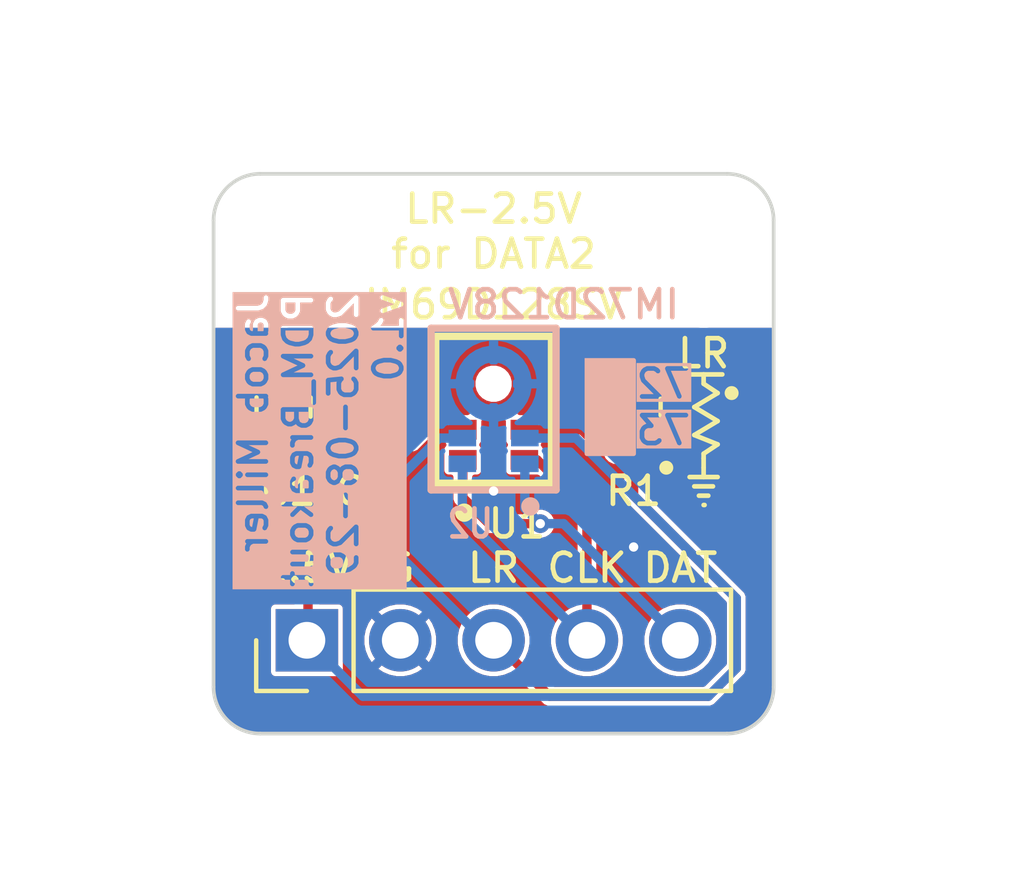
<source format=kicad_pcb>
(kicad_pcb (version 20241229) (generator "pcbnew") (generator_version "9.0")
  (title_block (title "PDM_Breakout") (date "2025-08-29") (rev "v1.0") (company "Jacob Miller"))
  (layers (0 "F.Cu" signal) (4 "In1.Cu" power) (6 "In2.Cu" power) (2 "B.Cu" signal) (13 "F.Paste" user) (15 "B.Paste" user) (5 "F.SilkS" user "F.Silkscreen") (7 "B.SilkS" user "B.Silkscreen") (1 "F.Mask" user) (3 "B.Mask" user) (25 "Edge.Cuts" user))
  (net 0 "")
  (net 1 "VDD")
  (net 2 "GND")
  (net 3 "/DATA")
  (net 4 "/CLOCK")
  (net 5 "/LR")
  (footprint "Capacitor_SMD:C_0805_2012Metric" (layer "F.Cu") (at 102.235 62.23 90)
    (property "Reference" "C1" (at -2.286 0.127 0) (layer "F.SilkS") (effects (font (size 0.762 0.762) (thickness 0.127))))
    (property "Value" "10uF")
    (fp_line (start -0.261252 -0.735) (end 0.261252 -0.735) (stroke (width 0.12)) (layer "F.SilkS"))
    (fp_line (start -0.261252 0.735) (end 0.261252 0.735) (stroke (width 0.12)) (layer "F.SilkS"))
    (pad "1" smd roundrect (at -0.95 0 90) (size 1 1.45) (layers "F.Cu" "F.Mask" "F.Paste") (net 1 "VDD"))
    (pad "2" smd roundrect (at 0.95 0 90) (size 1 1.45) (layers "F.Cu" "F.Mask" "F.Paste") (net 2 "GND"))
  )
  (footprint "MountingHole:MountingHole_2.2mm_M2" (layer "F.Cu") (at 113.665 57.785 90)
    (property "Reference" "H2" (at 0 0 0) (layer "F.SilkS"))
    (property "Value" "M2")
    (pad "" np_thru_hole circle (at 0 0 90) (size 2.2 2.2) (drill 2.2) (layers "*.Cu" "*.Mask"))
  )
  (footprint "Resistor_SMD:R_0805_2012Metric" (layer "F.Cu") (at 111.76 62.23 90)
    (property "Reference" "R1" (at -2.286 0 0) (layer "F.SilkS") (effects (font (size 0.762 0.762) (thickness 0.127) (bold yes))))
    (property "Value" "10K" (hide yes))
    (fp_line (start -0.227064 -0.735) (end 0.227064 -0.735) (stroke (width 0.12)) (layer "F.SilkS"))
    (fp_line (start -0.227064 0.735) (end 0.227064 0.735) (stroke (width 0.12)) (layer "F.SilkS"))
    (pad "1" smd roundrect (at -0.9125 0 90) (size 1.025 1.4) (layers "F.Cu" "F.Mask" "F.Paste") (roundrect_rratio 0.243902) (net 5 "/LR"))
    (pad "2" smd roundrect (at 0.9125 0 90) (size 1.025 1.4) (layers "F.Cu" "F.Mask" "F.Paste") (roundrect_rratio 0.243902) (net 2 "GND"))
  )
  (footprint "Connector_PinHeader_2.54mm:PinHeader_1x05_P2.54mm_Vertical" (layer "F.Cu") (at 102.87 68.58 90)
    (property "Reference" "J1" (hide yes))
    (property "Value" "Conn_01x05" (hide yes))
    (fp_line (start -1.38 -1.38) (end 0 -1.38) (stroke (width 0.12)) (layer "F.SilkS"))
    (fp_line (start -1.38 0) (end -1.38 -1.38) (stroke (width 0.12)) (layer "F.SilkS"))
    (fp_line (start 1.38 1.27) (end 1.38 11.54) (stroke (width 0.12)) (layer "F.SilkS"))
    (fp_line (start -1.38 1.27) (end 1.38 1.27) (stroke (width 0.12)) (layer "F.SilkS"))
    (fp_line (start -1.38 1.27) (end -1.38 11.54) (stroke (width 0.12)) (layer "F.SilkS"))
    (fp_line (start -1.38 11.54) (end 1.38 11.54) (stroke (width 0.12)) (layer "F.SilkS"))
    (pad "1" thru_hole rect (at 0 0 90) (size 1.7 1.7) (drill 1) (layers "*.Cu" "*.Mask") (net 1 "VDD"))
    (pad "2" thru_hole circle (at 0 2.54 90) (size 1.7 1.7) (drill 1) (layers "*.Cu" "*.Mask") (net 2 "GND"))
    (pad "3" thru_hole circle (at 0 5.08 90) (size 1.7 1.7) (drill 1) (layers "*.Cu" "*.Mask") (net 5 "/LR"))
    (pad "4" thru_hole circle (at 0 7.62 90) (size 1.7 1.7) (drill 1) (layers "*.Cu" "*.Mask") (net 4 "/CLOCK"))
    (pad "5" thru_hole circle (at 0 10.16 90) (size 1.7 1.7) (drill 1) (layers "*.Cu" "*.Mask") (net 3 "/DATA"))
  )
  (footprint "Infineon_PDM_Library:IFX-PG-LLGA-5-4_IM69D128" (layer "F.Cu") (at 107.95 62.305 90)
    (property "Reference" "U1" (at -3.1 0.635 0) (layer "F.SilkS") (effects (font (size 0.762 0.762) (thickness 0.127) (bold yes))))
    (property "Value" "IM69D128SV" (at 2.869 0 0) (layer "F.SilkS") (effects (font (size 0.762 0.762) (thickness 0.127) (bold yes))))
    (fp_rect (start -2 -1.575) (end 2 1.575) (stroke (width 0.2)) (fill no) (layer "F.SilkS"))
    (fp_circle (center -2.8 -0.8) (end -2.8 -0.675) (stroke (width 0.25)) (fill no) (layer "F.SilkS"))
    (pad "" np_thru_hole circle (at 0.71 0 90) (size 0.8 0.8) (drill 0.8) (layers "F&B.Cu"))
    (pad "1" smd rect (at -1.364 -0.8375 90) (size 0.54 0.75) (layers "F.Cu" "F.Mask") (net 3 "/DATA"))
    (pad "2" smd rect (at -0.542 -0.8375 90) (size 0.54 0.75) (layers "F.Cu" "F.Mask") (net 1 "VDD"))
    (pad "3" smd rect (at -1.364 0.8375 90) (size 0.54 0.75) (layers "F.Cu" "F.Mask") (net 4 "/CLOCK"))
    (pad "4" smd rect (at -0.542 0.8375 90) (size 0.54 0.75) (layers "F.Cu" "F.Mask") (net 5 "/LR"))
    (pad "5" smd custom (at 0 0 90) (size 0.3 0.3) (layers "F.Cu" "F.Mask") (net 2 "GND") (options (clearance outline) (anchor circle)) (primitives (gr_circle (center 0.71 0) (end 1.3875 0) (width 0.37) (fill no))))
  )
  (footprint "MountingHole:MountingHole_2.2mm_M2" (layer "F.Cu") (at 102.235 57.785 90)
    (property "Reference" "H1" (at 0 0 180) (layer "F.SilkS"))
    (property "Value" "M2")
    (pad "" np_thru_hole circle (at 0 0 90) (size 2.2 2.2) (drill 2.2) (layers "*.Cu" "*.Mask"))
  )
  (footprint "Capacitor_SMD:C_0805_2012Metric" (layer "F.Cu") (at 104.394 62.23 90)
    (property "Reference" "C2" (at -2.286 0 0) (layer "F.SilkS") (effects (font (size 0.762 0.762) (thickness 0.127))))
    (property "Value" "0.1uF")
    (fp_line (start -0.261252 -0.735) (end 0.261252 -0.735) (stroke (width 0.12)) (layer "F.SilkS"))
    (fp_line (start -0.261252 0.735) (end 0.261252 0.735) (stroke (width 0.12)) (layer "F.SilkS"))
    (pad "1" smd roundrect (at -0.95 0 90) (size 1 1.45) (layers "F.Cu" "F.Mask" "F.Paste") (net 1 "VDD"))
    (pad "2" smd roundrect (at 0.95 0 90) (size 1 1.45) (layers "F.Cu" "F.Mask" "F.Paste") (net 2 "GND"))
  )
  (footprint "Infineon_PDM_Library:IFX-PG-LLGA-5-4" (layer "B.Cu") (at 107.95 62.685 90)
    (property "Reference" "U2" (at -2.72 -0.635 0) (layer "B.SilkS") (effects (font (size 0.762 0.6) (thickness 0.127) (bold yes)) (justify mirror)))
    (property "Value" "IM72D128V" (at 3.249 1.905 0) (layer "B.SilkS") (effects (font (size 0.762 0.762) (thickness 0.127) (bold yes)) (justify mirror)))
    (fp_line (start 2.6 -1.7) (end 2.6 1.7) (stroke (width 0.2)) (layer "B.SilkS"))
    (fp_line (start -1.8 -1.7) (end 2.6 -1.7) (stroke (width 0.2)) (layer "B.SilkS"))
    (fp_line (start -1.8 -1.7) (end -1.8 1.7) (stroke (width 0.2)) (layer "B.SilkS"))
    (fp_line (start -1.8 1.7) (end 2.6 1.7) (stroke (width 0.2)) (layer "B.SilkS"))
    (fp_circle (center -2.25 1) (end -2.125 1) (stroke (width 0.25)) (fill no) (layer "B.SilkS"))
    (pad "" np_thru_hole circle (at 1.09 0 90) (size 0.8 0.8) (drill 0.8) (layers "F&B.Cu"))
    (pad "1" smd rect (at -1.09 0.85 90) (size 0.45 0.75) (layers "B.Cu" "B.Mask") (net 3 "/DATA"))
    (pad "2" smd rect (at -0.39 0.85 90) (size 0.45 0.75) (layers "B.Cu" "B.Mask") (net 1 "VDD"))
    (pad "3" smd rect (at -1.09 -0.85 90) (size 0.45 0.75) (layers "B.Cu" "B.Mask") (net 4 "/CLOCK"))
    (pad "4" smd rect (at -0.39 -0.85 90) (size 0.45 0.75) (layers "B.Cu" "B.Mask") (net 5 "/LR"))
    (pad "5" smd custom (at 0.285 0 90) (size 0.4 0.4) (layers "B.Cu" "B.Mask") (net 2 "GND") (options (clearance outline) (anchor circle)) (primitives (gr_poly (pts (xy -0.2 0) (xy -0.184776 0.076537) (xy -0.141421 0.141421) (xy -0.076537 0.184776) (xy 0 0.2) (xy 0.076537 0.184776) (xy 0.141421 0.141421) (xy 0.184776 0.076537) (xy 0.2 0) (xy 0.184776 -0.076537) (xy 0.141421 -0.141421) (xy 0.076537 -0.184776) (xy 0 -0.2) (xy -0.076537 -0.184776) (xy -0.141421 -0.141421) (xy -0.184776 -0.076537) (xy -0.2 0)) (width 0) (fill yes)) (gr_circle (center 0.805 0) (end 1.615 0) (width 0.46) (fill no))))
  )
  (gr_line (start 114.046 62.611) (end 113.411 62.992) (stroke (width 0.127)) (layer "F.SilkS"))
  (gr_line (start 113.411 64.389) (end 113.919 64.389) (stroke (width 0.127)) (layer "F.SilkS"))
  (gr_line (start 113.157 61.341) (end 114.173 61.341) (stroke (width 0.127)) (layer "F.SilkS"))
  (gr_line (start 113.284 64.135) (end 114.046 64.135) (stroke (width 0.127)) (layer "F.SilkS"))
  (gr_line (start 114.046 61.849) (end 113.411 62.23) (stroke (width 0.127)) (layer "F.SilkS"))
  (gr_line (start 114.046 63.246) (end 113.665 63.5) (stroke (width 0.127)) (layer "F.SilkS"))
  (gr_circle (center 114.427 61.849) (end 114.427 61.976) (stroke (width 0.127)) (fill yes) (layer "F.SilkS"))
  (gr_line (start 113.665 63.5) (end 113.665 63.627) (stroke (width 0.127)) (layer "F.SilkS"))
  (gr_line (start 113.665 63.627) (end 113.665 63.881) (stroke (width 0.127)) (layer "F.SilkS"))
  (gr_circle (center 112.649 63.881) (end 112.649 64.008) (stroke (width 0.127)) (fill yes) (layer "F.SilkS"))
  (gr_line (start 113.665 61.595) (end 114.046 61.849) (stroke (width 0.127)) (layer "F.SilkS"))
  (gr_line (start 113.411 62.992) (end 114.046 63.246) (stroke (width 0.127)) (layer "F.SilkS"))
  (gr_line (start 113.538 64.643) (end 113.792 64.643) (stroke (width 0.127)) (layer "F.SilkS"))
  (gr_line (start 113.665 63.881) (end 113.665 64.135) (stroke (width 0.127)) (layer "F.SilkS"))
  (gr_line (start 113.411 62.23) (end 114.046 62.611) (stroke (width 0.127)) (layer "F.SilkS"))
  (gr_line (start 113.665 61.341) (end 113.665 61.595) (stroke (width 0.127)) (layer "F.SilkS"))
  (gr_line (start 113.665 64.897) (end 113.6904 64.897) (stroke (width 0.127)) (layer "F.SilkS"))
  (gr_rect (start 110.49 60.96) (end 111.76 63.5) (stroke (width 0.127)) (fill yes) (layer "B.SilkS"))
  (gr_line (start 101.6 55.88) (end 114.3 55.88) (stroke (width 0.1)) (layer "Edge.Cuts"))
  (gr_line (start 115.57 57.15) (end 115.57 69.85) (stroke (width 0.1)) (layer "Edge.Cuts"))
  (gr_arc (start 115.57 69.85) (mid 115.198026 70.748026) (end 114.3 71.12) (stroke (width 0.1)) (layer "Edge.Cuts"))
  (gr_arc (start 114.3 55.88) (mid 115.198026 56.251974) (end 115.57 57.15) (stroke (width 0.1)) (layer "Edge.Cuts"))
  (gr_line (start 114.3 71.12) (end 101.6 71.12) (stroke (width 0.1)) (layer "Edge.Cuts"))
  (gr_line (start 100.33 69.85) (end 100.33 57.15) (stroke (width 0.1)) (layer "Edge.Cuts"))
  (gr_arc (start 100.33 57.15) (mid 100.701974 56.251974) (end 101.6 55.88) (stroke (width 0.1)) (layer "Edge.Cuts"))
  (gr_arc (start 101.6 71.12) (mid 100.701974 70.748026) (end 100.33 69.85) (stroke (width 0.1)) (layer "Edge.Cuts"))
  (gr_text "LR-2.5V\nfor DATA2" (at 107.95 56.388 0) (layer "F.SilkS") (effects (font (size 0.762 0.762) (thickness 0.127) (bold yes)) (justify top)))
  (gr_text "G" (at 105.41 67.056 0) (layer "F.SilkS") (effects (font (size 0.762 0.762) (thickness 0.127) (bold yes)) (justify bottom)))
  (gr_text "DAT" (at 113.03 67.056 0) (layer "F.SilkS") (effects (font (size 0.762 0.762) (thickness 0.127) (bold yes)) (justify bottom)))
  (gr_text "LR" (at 107.95 67.056 0) (layer "F.SilkS") (effects (font (size 0.762 0.762) (thickness 0.127) (bold yes)) (justify bottom)))
  (gr_text "LR" (at 113.665 60.325 0) (layer "F.SilkS") (effects (font (size 0.762 0.762) (thickness 0.127) (bold yes)) (justify top)))
  (gr_text "2.5V" (at 102.87 67.056 0) (layer "F.SilkS") (effects (font (size 0.762 0.762) (thickness 0.127) (bold yes)) (justify bottom)))
  (gr_text "CLK" (at 110.49 67.056 0) (layer "F.SilkS") (effects (font (size 0.762 0.762) (thickness 0.127) (bold yes)) (justify bottom)))
  (gr_text "72" (at 111.76 61.595 0) (layer "B.SilkS" knockout) (effects (font (size 0.762 0.762) (thickness 0.127) (bold yes)) (justify right mirror)))
  (gr_text "73" (at 111.76 62.865 0) (layer "B.SilkS" knockout) (effects (font (size 0.762 0.762) (thickness 0.127) (bold yes)) (justify right mirror)))
  (gr_text "${COMPANY}\n${TITLE}\n${ISSUE_DATE}\n${REVISION}" (at 100.965 59.055 90) (layer "B.SilkS" knockout) (effects (font (size 0.762 0.762) (thickness 0.127) (bold yes)) (justify left top mirror)))
  (segment (start 104.394 63.18) (end 105.73 63.18) (width 0.254) (layer "F.Cu") (net 1))
  (segment (start 102.235 63.18) (end 104.394 63.18) (width 0.254) (layer "F.Cu") (net 1))
  (segment (start 102.235 66.802) (end 102.235 63.18) (width 0.254) (layer "F.Cu") (net 1))
  (segment (start 102.9 68.555) (end 102.9 67.467) (width 0.254) (layer "F.Cu") (net 1))
  (segment (start 102.9 67.467) (end 102.235 66.802) (width 0.254) (layer "F.Cu") (net 1))
  (segment (start 105.73 63.18) (end 106.063 62.847) (width 0.254) (layer "F.Cu") (net 1))
  (segment (start 106.063 62.847) (end 107.1125 62.847) (width 0.254) (layer "F.Cu") (net 1))
  (segment (start 113.792 70.104) (end 104.394 70.104) (width 0.254) (layer "B.Cu") (net 1))
  (segment (start 108.8 63.075) (end 110.192 63.075) (width 0.254) (layer "B.Cu") (net 1))
  (segment (start 104.394 70.104) (end 102.87 68.58) (width 0.254) (layer "B.Cu") (net 1))
  (segment (start 114.554 69.342) (end 113.792 70.104) (width 0.254) (layer "B.Cu") (net 1))
  (segment (start 114.554 67.437) (end 114.554 69.342) (width 0.254) (layer "B.Cu") (net 1))
  (segment (start 110.192 63.075) (end 114.554 67.437) (width 0.254) (layer "B.Cu") (net 1))
  (via (at 111.76 66.04) (size 0.508) (drill 0.254) (layers "F.Cu" "B.Cu") (net 2))
  (via (at 107.95 64.516) (size 0.508) (drill 0.254) (layers "F.Cu" "B.Cu") (net 2))
  (segment (start 107.1125 63.669) (end 107.1125 64.6945) (width 0.254) (layer "F.Cu") (net 3))
  (segment (start 107.1125 64.6945) (end 107.823 65.405) (width 0.254) (layer "F.Cu") (net 3))
  (segment (start 107.823 65.405) (end 109.22 65.405) (width 0.254) (layer "F.Cu") (net 3))
  (via (at 109.22 65.405) (size 0.508) (drill 0.254) (layers "F.Cu" "B.Cu") (net 3))
  (segment (start 113.03 68.58) (end 109.855 65.405) (width 0.254) (layer "B.Cu") (net 3))
  (segment (start 108.8 64.985) (end 109.22 65.405) (width 0.254) (layer "B.Cu") (net 3))
  (segment (start 108.8 63.775) (end 108.8 64.985) (width 0.254) (layer "B.Cu") (net 3))
  (segment (start 109.855 65.405) (end 109.22 65.405) (width 0.254) (layer "B.Cu") (net 3))
  (segment (start 109.135 63.669) (end 108.7875 63.669) (width 0.254) (layer "F.Cu") (net 4))
  (segment (start 110.49 68.58) (end 110.49 65.024) (width 0.254) (layer "F.Cu") (net 4))
  (segment (start 110.49 65.024) (end 109.135 63.669) (width 0.254) (layer "F.Cu") (net 4))
  (segment (start 107.1 63.775) (end 107.1 65.19) (width 0.254) (layer "B.Cu") (net 4))
  (segment (start 107.1 65.19) (end 110.49 68.58) (width 0.254) (layer "B.Cu") (net 4))
  (segment (start 110.345 62.847) (end 110.6405 63.1425) (width 0.254) (layer "F.Cu") (net 5))
  (segment (start 111.76 64.643) (end 114.554 67.437) (width 0.254) (layer "F.Cu") (net 5))
  (segment (start 108.7875 62.847) (end 110.345 62.847) (width 0.254) (layer "F.Cu") (net 5))
  (segment (start 109.474 70.104) (end 107.95 68.58) (width 0.254) (layer "F.Cu") (net 5))
  (segment (start 114.554 69.342) (end 113.792 70.104) (width 0.254) (layer "F.Cu") (net 5))
  (segment (start 114.554 67.437) (end 114.554 69.342) (width 0.254) (layer "F.Cu") (net 5))
  (segment (start 111.76 63.1425) (end 111.76 64.643) (width 0.254) (layer "F.Cu") (net 5))
  (segment (start 113.792 70.104) (end 109.474 70.104) (width 0.254) (layer "F.Cu") (net 5))
  (segment (start 110.6405 63.1425) (end 111.76 63.1425) (width 0.254) (layer "F.Cu") (net 5))
  (segment (start 106.471 63.075) (end 105.41 64.136) (width 0.254) (layer "B.Cu") (net 5))
  (segment (start 105.41 64.136) (end 105.41 66.294) (width 0.254) (layer "B.Cu") (net 5))
  (segment (start 107.1 63.075) (end 106.471 63.075) (width 0.254) (layer "B.Cu") (net 5))
  (segment (start 105.41 66.294) (end 107.696 68.58) (width 0.254) (layer "B.Cu") (net 5))
  (segment (start 107.696 68.58) (end 107.95 68.58) (width 0.254) (layer "B.Cu") (net 5))
  (zone (net 0) (net_name "") (layers "F.Cu" "B.Cu") (connect_pads (clearance 0)) (min_thickness 0.25)
    (keepout (tracks not_allowed) (vias not_allowed) (pads not_allowed) (copperpour not_allowed) (footprints allowed))
    (fill (thermal_gap 0.5) (thermal_bridge_width 0.5))
    (polygon (pts (arc (start 111.375475 57.785) (mid 115.954525 57.785) (end 111.375475 57.785))))
  )
  (zone (net 0) (net_name "") (layers "F.Cu" "B.Cu") (connect_pads (clearance 0)) (min_thickness 0.25)
    (keepout (tracks not_allowed) (vias not_allowed) (pads not_allowed) (copperpour not_allowed) (footprints allowed))
    (fill (thermal_gap 0.5) (thermal_bridge_width 0.5))
    (polygon (pts (arc (start 99.945475 57.785) (mid 104.524525 57.785) (end 99.945475 57.785))))
  )
  (zone (net 2) (net_name "GND") (layers "F.Cu" "B.Cu" "In1.Cu" "In2.Cu") (connect_pads (clearance 0.127)) (min_thickness 0.127) (fill yes (thermal_gap 0.127) (thermal_bridge_width 0.254))
    (polygon (pts (xy 100.33 71.12) (xy 100.33 60.071) (xy 115.57 60.071) (xy 115.57 71.12)))
  )
)
</source>
